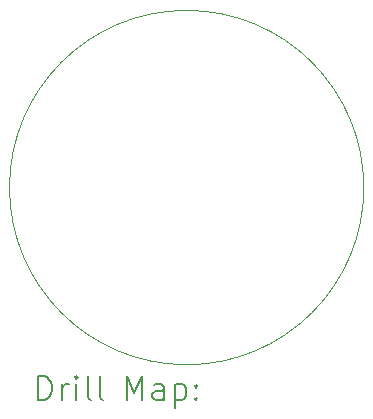
<source format=gbr>
%TF.GenerationSoftware,KiCad,Pcbnew,(6.99.0-2452-gdb4f2d9dd8)*%
%TF.CreationDate,2022-07-19T13:16:19+04:00*%
%TF.ProjectId,sticker holder,73746963-6b65-4722-9068-6f6c6465722e,rev?*%
%TF.SameCoordinates,Original*%
%TF.FileFunction,Drillmap*%
%TF.FilePolarity,Positive*%
%FSLAX45Y45*%
G04 Gerber Fmt 4.5, Leading zero omitted, Abs format (unit mm)*
G04 Created by KiCad (PCBNEW (6.99.0-2452-gdb4f2d9dd8)) date 2022-07-19 13:16:19*
%MOMM*%
%LPD*%
G01*
G04 APERTURE LIST*
%ADD10C,0.100000*%
%ADD11C,0.200000*%
G04 APERTURE END LIST*
D10*
X13070000Y-8110000D02*
G75*
G03*
X13070000Y-8110000I-1500000J0D01*
G01*
D11*
X10312619Y-9908476D02*
X10312619Y-9708476D01*
X10312619Y-9708476D02*
X10360238Y-9708476D01*
X10360238Y-9708476D02*
X10388810Y-9718000D01*
X10388810Y-9718000D02*
X10407857Y-9737048D01*
X10407857Y-9737048D02*
X10417381Y-9756095D01*
X10417381Y-9756095D02*
X10426905Y-9794190D01*
X10426905Y-9794190D02*
X10426905Y-9822762D01*
X10426905Y-9822762D02*
X10417381Y-9860857D01*
X10417381Y-9860857D02*
X10407857Y-9879905D01*
X10407857Y-9879905D02*
X10388810Y-9898952D01*
X10388810Y-9898952D02*
X10360238Y-9908476D01*
X10360238Y-9908476D02*
X10312619Y-9908476D01*
X10512619Y-9908476D02*
X10512619Y-9775143D01*
X10512619Y-9813238D02*
X10522143Y-9794190D01*
X10522143Y-9794190D02*
X10531667Y-9784667D01*
X10531667Y-9784667D02*
X10550714Y-9775143D01*
X10550714Y-9775143D02*
X10569762Y-9775143D01*
X10636429Y-9908476D02*
X10636429Y-9775143D01*
X10636429Y-9708476D02*
X10626905Y-9718000D01*
X10626905Y-9718000D02*
X10636429Y-9727524D01*
X10636429Y-9727524D02*
X10645952Y-9718000D01*
X10645952Y-9718000D02*
X10636429Y-9708476D01*
X10636429Y-9708476D02*
X10636429Y-9727524D01*
X10760238Y-9908476D02*
X10741190Y-9898952D01*
X10741190Y-9898952D02*
X10731667Y-9879905D01*
X10731667Y-9879905D02*
X10731667Y-9708476D01*
X10865000Y-9908476D02*
X10845952Y-9898952D01*
X10845952Y-9898952D02*
X10836429Y-9879905D01*
X10836429Y-9879905D02*
X10836429Y-9708476D01*
X11061190Y-9908476D02*
X11061190Y-9708476D01*
X11061190Y-9708476D02*
X11127857Y-9851333D01*
X11127857Y-9851333D02*
X11194524Y-9708476D01*
X11194524Y-9708476D02*
X11194524Y-9908476D01*
X11375476Y-9908476D02*
X11375476Y-9803714D01*
X11375476Y-9803714D02*
X11365952Y-9784667D01*
X11365952Y-9784667D02*
X11346905Y-9775143D01*
X11346905Y-9775143D02*
X11308809Y-9775143D01*
X11308809Y-9775143D02*
X11289762Y-9784667D01*
X11375476Y-9898952D02*
X11356428Y-9908476D01*
X11356428Y-9908476D02*
X11308809Y-9908476D01*
X11308809Y-9908476D02*
X11289762Y-9898952D01*
X11289762Y-9898952D02*
X11280238Y-9879905D01*
X11280238Y-9879905D02*
X11280238Y-9860857D01*
X11280238Y-9860857D02*
X11289762Y-9841810D01*
X11289762Y-9841810D02*
X11308809Y-9832286D01*
X11308809Y-9832286D02*
X11356428Y-9832286D01*
X11356428Y-9832286D02*
X11375476Y-9822762D01*
X11470714Y-9775143D02*
X11470714Y-9975143D01*
X11470714Y-9784667D02*
X11489762Y-9775143D01*
X11489762Y-9775143D02*
X11527857Y-9775143D01*
X11527857Y-9775143D02*
X11546905Y-9784667D01*
X11546905Y-9784667D02*
X11556428Y-9794190D01*
X11556428Y-9794190D02*
X11565952Y-9813238D01*
X11565952Y-9813238D02*
X11565952Y-9870381D01*
X11565952Y-9870381D02*
X11556428Y-9889429D01*
X11556428Y-9889429D02*
X11546905Y-9898952D01*
X11546905Y-9898952D02*
X11527857Y-9908476D01*
X11527857Y-9908476D02*
X11489762Y-9908476D01*
X11489762Y-9908476D02*
X11470714Y-9898952D01*
X11651667Y-9889429D02*
X11661190Y-9898952D01*
X11661190Y-9898952D02*
X11651667Y-9908476D01*
X11651667Y-9908476D02*
X11642143Y-9898952D01*
X11642143Y-9898952D02*
X11651667Y-9889429D01*
X11651667Y-9889429D02*
X11651667Y-9908476D01*
X11651667Y-9784667D02*
X11661190Y-9794190D01*
X11661190Y-9794190D02*
X11651667Y-9803714D01*
X11651667Y-9803714D02*
X11642143Y-9794190D01*
X11642143Y-9794190D02*
X11651667Y-9784667D01*
X11651667Y-9784667D02*
X11651667Y-9803714D01*
M02*

</source>
